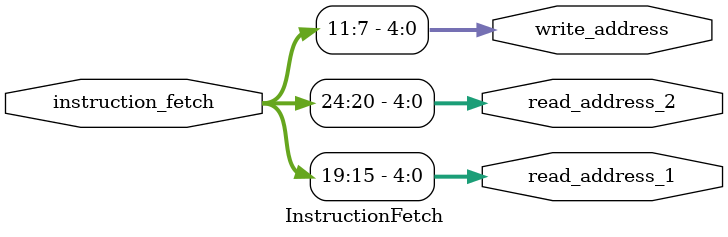
<source format=sv>
module InstructionFetch (
    input logic [31:0] instruction_fetch,
    output logic [4:0] read_address_1, read_address_2, write_address
);

    always_comb begin
        read_address_1 = instruction_fetch[19:15];
        read_address_2 = instruction_fetch[24:20];
        write_address = instruction_fetch[11:7];
    end

endmodule

</source>
